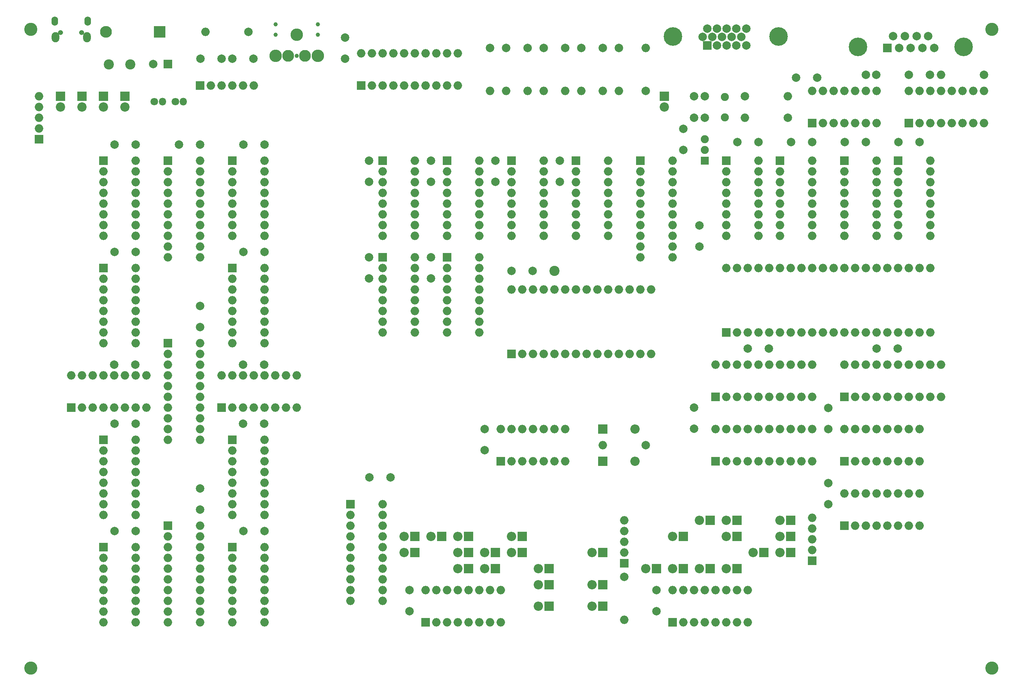
<source format=gbr>
%TF.GenerationSoftware,KiCad,Pcbnew,(5.1.6)-1*%
%TF.CreationDate,2020-07-17T12:20:37+01:00*%
%TF.ProjectId,Gigatron,47696761-7472-46f6-9e2e-6b696361645f,rev?*%
%TF.SameCoordinates,Original*%
%TF.FileFunction,Soldermask,Bot*%
%TF.FilePolarity,Negative*%
%FSLAX46Y46*%
G04 Gerber Fmt 4.6, Leading zero omitted, Abs format (unit mm)*
G04 Created by KiCad (PCBNEW (5.1.6)-1) date 2020-07-17 12:20:37*
%MOMM*%
%LPD*%
G01*
G04 APERTURE LIST*
%ADD10C,3.100000*%
%ADD11O,1.200000X1.200000*%
%ADD12O,1.550000X2.200000*%
%ADD13O,1.850000X2.400000*%
%ADD14C,4.400000*%
%ADD15C,2.000000*%
%ADD16R,2.000000X2.000000*%
%ADD17O,2.000000X2.000000*%
%ADD18C,1.900000*%
%ADD19R,1.900000X1.900000*%
%ADD20C,2.400000*%
%ADD21O,2.200000X2.200000*%
%ADD22R,2.200000X2.200000*%
%ADD23O,2.800000X2.800000*%
%ADD24R,2.800000X2.800000*%
%ADD25O,1.800000X1.800000*%
%ADD26C,1.800000*%
%ADD27C,2.950000*%
%ADD28C,2.800000*%
%ADD29C,1.000000*%
%ADD30C,2.200000*%
G04 APERTURE END LIST*
D10*
%TO.C,H4*%
X250825000Y-178435000D03*
%TD*%
%TO.C,H3*%
X23495000Y-178435000D03*
%TD*%
%TO.C,H2*%
X250825000Y-27305000D03*
%TD*%
%TO.C,H1*%
X23495000Y-27305000D03*
%TD*%
D11*
%TO.C,J1*%
X30520000Y-28105000D03*
X35520000Y-28105000D03*
D12*
X29145000Y-25355000D03*
X36895000Y-25355000D03*
D13*
X29295000Y-29155000D03*
X36745000Y-29155000D03*
%TD*%
D14*
%TO.C,J3*%
X175330000Y-29065000D03*
X200330000Y-29065000D03*
D15*
X192675000Y-27155000D03*
X190385000Y-27155000D03*
X188095000Y-27155000D03*
X185805000Y-27155000D03*
X183515000Y-27155000D03*
X191530000Y-29135000D03*
X189240000Y-29135000D03*
X186950000Y-29135000D03*
X184660000Y-29135000D03*
X182370000Y-29135000D03*
X192675000Y-31115000D03*
X190385000Y-31115000D03*
X188095000Y-31115000D03*
X185805000Y-31115000D03*
D16*
X183515000Y-31115000D03*
%TD*%
D14*
%TO.C,J4*%
X219100000Y-31450000D03*
X244100000Y-31450000D03*
D15*
X235755000Y-28910000D03*
X232985000Y-28910000D03*
X230215000Y-28910000D03*
X227445000Y-28910000D03*
X237140000Y-31750000D03*
X234370000Y-31750000D03*
X231600000Y-31750000D03*
X228830000Y-31750000D03*
D16*
X226060000Y-31750000D03*
%TD*%
D17*
%TO.C,R19*%
X238760000Y-38100000D03*
D15*
X248920000Y-38100000D03*
%TD*%
D17*
%TO.C,R10*%
X64770000Y-27940000D03*
D15*
X74930000Y-27940000D03*
%TD*%
D17*
%TO.C,R7*%
X158750000Y-125730000D03*
D15*
X168910000Y-125730000D03*
%TD*%
D17*
%TO.C,R6*%
X163830000Y-167005000D03*
D15*
X163830000Y-156845000D03*
%TD*%
D17*
%TO.C,R3*%
X168910000Y-31750000D03*
D15*
X168910000Y-41910000D03*
%TD*%
%TO.C,C3*%
X223480000Y-38100000D03*
X220980000Y-38100000D03*
%TD*%
%TO.C,C2*%
X180380000Y-43180000D03*
X182880000Y-43180000D03*
%TD*%
%TO.C,C1*%
X180380000Y-48260000D03*
X182880000Y-48260000D03*
%TD*%
D18*
%TO.C,Y1*%
X187630000Y-43300000D03*
X187630000Y-48180000D03*
%TD*%
D19*
%TO.C,U2*%
X182880000Y-58420000D03*
D18*
X182880000Y-53340000D03*
X182880000Y-55880000D03*
%TD*%
D17*
%TO.C,R18*%
X162560000Y-41910000D03*
D15*
X162560000Y-31750000D03*
%TD*%
D17*
%TO.C,R17*%
X158750000Y-41910000D03*
D15*
X158750000Y-31750000D03*
%TD*%
D17*
%TO.C,R16*%
X153670000Y-41910000D03*
D15*
X153670000Y-31750000D03*
%TD*%
D17*
%TO.C,R15*%
X149860000Y-41910000D03*
D15*
X149860000Y-31750000D03*
%TD*%
D17*
%TO.C,R14*%
X144780000Y-41910000D03*
D15*
X144780000Y-31750000D03*
%TD*%
D17*
%TO.C,R13*%
X140970000Y-41910000D03*
D15*
X140970000Y-31750000D03*
%TD*%
D17*
%TO.C,R12*%
X135890000Y-41910000D03*
D15*
X135890000Y-31750000D03*
%TD*%
D17*
%TO.C,R11*%
X132080000Y-41910000D03*
D15*
X132080000Y-31750000D03*
%TD*%
D17*
%TO.C,R9*%
X76200000Y-40640000D03*
X73660000Y-40640000D03*
X71120000Y-40640000D03*
X68580000Y-40640000D03*
X66040000Y-40640000D03*
D16*
X63500000Y-40640000D03*
%TD*%
D17*
%TO.C,R8*%
X25400000Y-43180000D03*
X25400000Y-45720000D03*
X25400000Y-48260000D03*
X25400000Y-50800000D03*
D16*
X25400000Y-53340000D03*
%TD*%
D17*
%TO.C,R5*%
X163830000Y-143510000D03*
X163830000Y-146050000D03*
X163830000Y-148590000D03*
X163830000Y-151130000D03*
D16*
X163830000Y-153670000D03*
%TD*%
D17*
%TO.C,R4*%
X208280000Y-142875000D03*
X208280000Y-145415000D03*
X208280000Y-147955000D03*
X208280000Y-150495000D03*
D16*
X208280000Y-153035000D03*
%TD*%
D17*
%TO.C,R2*%
X202565000Y-43180000D03*
D15*
X192405000Y-43180000D03*
%TD*%
D17*
%TO.C,R1*%
X192405000Y-48260000D03*
D15*
X202565000Y-48260000D03*
%TD*%
D20*
%TO.C,F1*%
X41960000Y-35630000D03*
X47040000Y-35640000D03*
%TD*%
D21*
%TO.C,D36*%
X156210000Y-151130000D03*
D22*
X158750000Y-151130000D03*
%TD*%
D21*
%TO.C,D35*%
X156210000Y-158750000D03*
D22*
X158750000Y-158750000D03*
%TD*%
D21*
%TO.C,D34*%
X156210000Y-163830000D03*
D22*
X158750000Y-163830000D03*
%TD*%
D21*
%TO.C,D33*%
X143510000Y-154940000D03*
D22*
X146050000Y-154940000D03*
%TD*%
D21*
%TO.C,D32*%
X143510000Y-158750000D03*
D22*
X146050000Y-158750000D03*
%TD*%
D21*
%TO.C,D31*%
X137160000Y-147320000D03*
D22*
X139700000Y-147320000D03*
%TD*%
D21*
%TO.C,D30*%
X137160000Y-151130000D03*
D22*
X139700000Y-151130000D03*
%TD*%
D21*
%TO.C,D29*%
X130810000Y-151130000D03*
D22*
X133350000Y-151130000D03*
%TD*%
D21*
%TO.C,D28*%
X130810000Y-154940000D03*
D22*
X133350000Y-154940000D03*
%TD*%
D21*
%TO.C,D27*%
X124460000Y-147320000D03*
D22*
X127000000Y-147320000D03*
%TD*%
D21*
%TO.C,D26*%
X124460000Y-151130000D03*
D22*
X127000000Y-151130000D03*
%TD*%
D21*
%TO.C,D25*%
X124460000Y-154940000D03*
D22*
X127000000Y-154940000D03*
%TD*%
D21*
%TO.C,D24*%
X118110000Y-147320000D03*
D22*
X120650000Y-147320000D03*
%TD*%
D21*
%TO.C,D23*%
X111760000Y-147320000D03*
D22*
X114300000Y-147320000D03*
%TD*%
D21*
%TO.C,D22*%
X111760000Y-151130000D03*
D22*
X114300000Y-151130000D03*
%TD*%
D21*
%TO.C,D21*%
X143510000Y-163830000D03*
D22*
X146050000Y-163830000D03*
%TD*%
D21*
%TO.C,D20*%
X200660000Y-143510000D03*
D22*
X203200000Y-143510000D03*
%TD*%
D21*
%TO.C,D19*%
X200660000Y-147320000D03*
D22*
X203200000Y-147320000D03*
%TD*%
D21*
%TO.C,D18*%
X200660000Y-151130000D03*
D22*
X203200000Y-151130000D03*
%TD*%
D21*
%TO.C,D17*%
X194310000Y-151130000D03*
D22*
X196850000Y-151130000D03*
%TD*%
D21*
%TO.C,D16*%
X187960000Y-143510000D03*
D22*
X190500000Y-143510000D03*
%TD*%
D21*
%TO.C,D15*%
X187960000Y-147320000D03*
D22*
X190500000Y-147320000D03*
%TD*%
D21*
%TO.C,D14*%
X187960000Y-154940000D03*
D22*
X190500000Y-154940000D03*
%TD*%
D21*
%TO.C,D13*%
X181610000Y-143510000D03*
D22*
X184150000Y-143510000D03*
%TD*%
D21*
%TO.C,D12*%
X181610000Y-154940000D03*
D22*
X184150000Y-154940000D03*
%TD*%
D21*
%TO.C,D11*%
X175260000Y-147320000D03*
D22*
X177800000Y-147320000D03*
%TD*%
D21*
%TO.C,D10*%
X175260000Y-154940000D03*
D22*
X177800000Y-154940000D03*
%TD*%
D21*
%TO.C,D9*%
X168910000Y-154940000D03*
D22*
X171450000Y-154940000D03*
%TD*%
D21*
%TO.C,D4*%
X166370000Y-121920000D03*
D22*
X158750000Y-121920000D03*
%TD*%
D21*
%TO.C,D3*%
X166370000Y-129540000D03*
D22*
X158750000Y-129540000D03*
%TD*%
D23*
%TO.C,D1*%
X41275000Y-27940000D03*
D24*
X53975000Y-27940000D03*
%TD*%
D15*
%TO.C,C44*%
X63580000Y-34290000D03*
X68580000Y-34290000D03*
%TD*%
%TO.C,C43*%
X76120000Y-34290000D03*
X71120000Y-34290000D03*
%TD*%
%TO.C,C42*%
X97790000Y-29290000D03*
X97790000Y-34290000D03*
%TD*%
%TO.C,C41*%
X177800000Y-50880000D03*
X177800000Y-55880000D03*
%TD*%
%TO.C,C40*%
X148590000Y-63420000D03*
X148590000Y-58420000D03*
%TD*%
%TO.C,C39*%
X142160000Y-84455000D03*
X137160000Y-84455000D03*
%TD*%
%TO.C,C38*%
X133350000Y-63420000D03*
X133350000Y-58420000D03*
%TD*%
%TO.C,C37*%
X118110000Y-63420000D03*
X118110000Y-58420000D03*
%TD*%
%TO.C,C36*%
X118110000Y-86280000D03*
X118110000Y-81280000D03*
%TD*%
%TO.C,C35*%
X103505000Y-86280000D03*
X103505000Y-81280000D03*
%TD*%
%TO.C,C34*%
X103505000Y-63420000D03*
X103505000Y-58420000D03*
%TD*%
%TO.C,C33*%
X73740000Y-54610000D03*
X78740000Y-54610000D03*
%TD*%
%TO.C,C32*%
X58500000Y-54610000D03*
X63500000Y-54610000D03*
%TD*%
%TO.C,C31*%
X43260000Y-54610000D03*
X48260000Y-54610000D03*
%TD*%
%TO.C,C30*%
X73740000Y-80010000D03*
X78740000Y-80010000D03*
%TD*%
%TO.C,C29*%
X43260000Y-80010000D03*
X48260000Y-80010000D03*
%TD*%
%TO.C,C28*%
X48180000Y-106680000D03*
X43180000Y-106680000D03*
%TD*%
%TO.C,C27*%
X63500000Y-92790000D03*
X63500000Y-97790000D03*
%TD*%
%TO.C,C26*%
X78660000Y-106680000D03*
X73660000Y-106680000D03*
%TD*%
%TO.C,C25*%
X78660000Y-120650000D03*
X73660000Y-120650000D03*
%TD*%
%TO.C,C24*%
X43260000Y-120650000D03*
X48260000Y-120650000D03*
%TD*%
%TO.C,C23*%
X43260000Y-146050000D03*
X48260000Y-146050000D03*
%TD*%
%TO.C,C22*%
X63500000Y-135970000D03*
X63500000Y-140970000D03*
%TD*%
%TO.C,C21*%
X73740000Y-146050000D03*
X78740000Y-146050000D03*
%TD*%
%TO.C,C20*%
X103585000Y-133350000D03*
X108585000Y-133350000D03*
%TD*%
%TO.C,C19*%
X113030000Y-165020000D03*
X113030000Y-160020000D03*
%TD*%
%TO.C,C18*%
X130810000Y-126920000D03*
X130810000Y-121920000D03*
%TD*%
%TO.C,C17*%
X171450000Y-165020000D03*
X171450000Y-160020000D03*
%TD*%
%TO.C,C16*%
X212090000Y-134700000D03*
X212090000Y-139700000D03*
%TD*%
%TO.C,C15*%
X180340000Y-121840000D03*
X180340000Y-116840000D03*
%TD*%
%TO.C,C14*%
X212090000Y-116920000D03*
X212090000Y-121920000D03*
%TD*%
%TO.C,C13*%
X228520000Y-102870000D03*
X223520000Y-102870000D03*
%TD*%
%TO.C,C12*%
X198040000Y-102870000D03*
X193040000Y-102870000D03*
%TD*%
%TO.C,C11*%
X181610000Y-73740000D03*
X181610000Y-78740000D03*
%TD*%
%TO.C,C10*%
X190580000Y-53975000D03*
X195580000Y-53975000D03*
%TD*%
%TO.C,C9*%
X203280000Y-53975000D03*
X208280000Y-53975000D03*
%TD*%
%TO.C,C8*%
X215980000Y-53975000D03*
X220980000Y-53975000D03*
%TD*%
%TO.C,C7*%
X228680000Y-53975000D03*
X233680000Y-53975000D03*
%TD*%
%TO.C,C6*%
X236140000Y-38100000D03*
X231140000Y-38100000D03*
%TD*%
%TO.C,C5*%
X209470000Y-38735000D03*
X204470000Y-38735000D03*
%TD*%
%TO.C,C4*%
X52380000Y-35560000D03*
D16*
X55880000Y-35560000D03*
%TD*%
D25*
%TO.C,R101*%
X59565000Y-44450000D03*
D26*
X57665000Y-44450000D03*
%TD*%
D25*
%TO.C,R100*%
X54605000Y-44450000D03*
D26*
X52705000Y-44450000D03*
%TD*%
D16*
%TO.C,U16*%
X134620000Y-129540000D03*
D17*
X149860000Y-121920000D03*
X137160000Y-129540000D03*
X147320000Y-121920000D03*
X139700000Y-129540000D03*
X144780000Y-121920000D03*
X142240000Y-129540000D03*
X142240000Y-121920000D03*
X144780000Y-129540000D03*
X139700000Y-121920000D03*
X147320000Y-129540000D03*
X137160000Y-121920000D03*
X149860000Y-129540000D03*
X134620000Y-121920000D03*
%TD*%
D16*
%TO.C,U11*%
X215900000Y-129540000D03*
D17*
X233680000Y-121920000D03*
X218440000Y-129540000D03*
X231140000Y-121920000D03*
X220980000Y-129540000D03*
X228600000Y-121920000D03*
X223520000Y-129540000D03*
X226060000Y-121920000D03*
X226060000Y-129540000D03*
X223520000Y-121920000D03*
X228600000Y-129540000D03*
X220980000Y-121920000D03*
X231140000Y-129540000D03*
X218440000Y-121920000D03*
X233680000Y-129540000D03*
X215900000Y-121920000D03*
%TD*%
%TO.C,U7*%
X187960000Y-83820000D03*
X236220000Y-99060000D03*
X190500000Y-83820000D03*
X233680000Y-99060000D03*
X193040000Y-83820000D03*
X231140000Y-99060000D03*
X195580000Y-83820000D03*
X228600000Y-99060000D03*
X198120000Y-83820000D03*
X226060000Y-99060000D03*
X200660000Y-83820000D03*
X223520000Y-99060000D03*
X203200000Y-83820000D03*
X220980000Y-99060000D03*
X205740000Y-83820000D03*
X218440000Y-99060000D03*
X208280000Y-83820000D03*
X215900000Y-99060000D03*
X210820000Y-83820000D03*
X213360000Y-99060000D03*
X213360000Y-83820000D03*
X210820000Y-99060000D03*
X215900000Y-83820000D03*
X208280000Y-99060000D03*
X218440000Y-83820000D03*
X205740000Y-99060000D03*
X220980000Y-83820000D03*
X203200000Y-99060000D03*
X223520000Y-83820000D03*
X200660000Y-99060000D03*
X226060000Y-83820000D03*
X198120000Y-99060000D03*
X228600000Y-83820000D03*
X195580000Y-99060000D03*
X231140000Y-83820000D03*
X193040000Y-99060000D03*
X233680000Y-83820000D03*
X190500000Y-99060000D03*
X236220000Y-83820000D03*
D16*
X187960000Y-99060000D03*
%TD*%
D17*
%TO.C,U39*%
X231140000Y-41910000D03*
X248920000Y-49530000D03*
X233680000Y-41910000D03*
X246380000Y-49530000D03*
X236220000Y-41910000D03*
X243840000Y-49530000D03*
X238760000Y-41910000D03*
X241300000Y-49530000D03*
X241300000Y-41910000D03*
X238760000Y-49530000D03*
X243840000Y-41910000D03*
X236220000Y-49530000D03*
X246380000Y-41910000D03*
X233680000Y-49530000D03*
X248920000Y-41910000D03*
D16*
X231140000Y-49530000D03*
%TD*%
D17*
%TO.C,U38*%
X63500000Y-58420000D03*
X55880000Y-81280000D03*
X63500000Y-60960000D03*
X55880000Y-78740000D03*
X63500000Y-63500000D03*
X55880000Y-76200000D03*
X63500000Y-66040000D03*
X55880000Y-73660000D03*
X63500000Y-68580000D03*
X55880000Y-71120000D03*
X63500000Y-71120000D03*
X55880000Y-68580000D03*
X63500000Y-73660000D03*
X55880000Y-66040000D03*
X63500000Y-76200000D03*
X55880000Y-63500000D03*
X63500000Y-78740000D03*
X55880000Y-60960000D03*
X63500000Y-81280000D03*
D16*
X55880000Y-58420000D03*
%TD*%
D17*
%TO.C,U37*%
X101600000Y-33020000D03*
X124460000Y-40640000D03*
X104140000Y-33020000D03*
X121920000Y-40640000D03*
X106680000Y-33020000D03*
X119380000Y-40640000D03*
X109220000Y-33020000D03*
X116840000Y-40640000D03*
X111760000Y-33020000D03*
X114300000Y-40640000D03*
X114300000Y-33020000D03*
X111760000Y-40640000D03*
X116840000Y-33020000D03*
X109220000Y-40640000D03*
X119380000Y-33020000D03*
X106680000Y-40640000D03*
X121920000Y-33020000D03*
X104140000Y-40640000D03*
X124460000Y-33020000D03*
D16*
X101600000Y-40640000D03*
%TD*%
D17*
%TO.C,U36*%
X137160000Y-88900000D03*
X170180000Y-104140000D03*
X139700000Y-88900000D03*
X167640000Y-104140000D03*
X142240000Y-88900000D03*
X165100000Y-104140000D03*
X144780000Y-88900000D03*
X162560000Y-104140000D03*
X147320000Y-88900000D03*
X160020000Y-104140000D03*
X149860000Y-88900000D03*
X157480000Y-104140000D03*
X152400000Y-88900000D03*
X154940000Y-104140000D03*
X154940000Y-88900000D03*
X152400000Y-104140000D03*
X157480000Y-88900000D03*
X149860000Y-104140000D03*
X160020000Y-88900000D03*
X147320000Y-104140000D03*
X162560000Y-88900000D03*
X144780000Y-104140000D03*
X165100000Y-88900000D03*
X142240000Y-104140000D03*
X167640000Y-88900000D03*
X139700000Y-104140000D03*
X170180000Y-88900000D03*
D16*
X137160000Y-104140000D03*
%TD*%
D17*
%TO.C,U35*%
X114300000Y-81280000D03*
X106680000Y-99060000D03*
X114300000Y-83820000D03*
X106680000Y-96520000D03*
X114300000Y-86360000D03*
X106680000Y-93980000D03*
X114300000Y-88900000D03*
X106680000Y-91440000D03*
X114300000Y-91440000D03*
X106680000Y-88900000D03*
X114300000Y-93980000D03*
X106680000Y-86360000D03*
X114300000Y-96520000D03*
X106680000Y-83820000D03*
X114300000Y-99060000D03*
D16*
X106680000Y-81280000D03*
%TD*%
D17*
%TO.C,U34*%
X129540000Y-81280000D03*
X121920000Y-99060000D03*
X129540000Y-83820000D03*
X121920000Y-96520000D03*
X129540000Y-86360000D03*
X121920000Y-93980000D03*
X129540000Y-88900000D03*
X121920000Y-91440000D03*
X129540000Y-91440000D03*
X121920000Y-88900000D03*
X129540000Y-93980000D03*
X121920000Y-86360000D03*
X129540000Y-96520000D03*
X121920000Y-83820000D03*
X129540000Y-99060000D03*
D16*
X121920000Y-81280000D03*
%TD*%
D17*
%TO.C,U33*%
X144780000Y-58420000D03*
X137160000Y-76200000D03*
X144780000Y-60960000D03*
X137160000Y-73660000D03*
X144780000Y-63500000D03*
X137160000Y-71120000D03*
X144780000Y-66040000D03*
X137160000Y-68580000D03*
X144780000Y-68580000D03*
X137160000Y-66040000D03*
X144780000Y-71120000D03*
X137160000Y-63500000D03*
X144780000Y-73660000D03*
X137160000Y-60960000D03*
X144780000Y-76200000D03*
D16*
X137160000Y-58420000D03*
%TD*%
D17*
%TO.C,U32*%
X160020000Y-58420000D03*
X152400000Y-76200000D03*
X160020000Y-60960000D03*
X152400000Y-73660000D03*
X160020000Y-63500000D03*
X152400000Y-71120000D03*
X160020000Y-66040000D03*
X152400000Y-68580000D03*
X160020000Y-68580000D03*
X152400000Y-66040000D03*
X160020000Y-71120000D03*
X152400000Y-63500000D03*
X160020000Y-73660000D03*
X152400000Y-60960000D03*
X160020000Y-76200000D03*
D16*
X152400000Y-58420000D03*
%TD*%
D17*
%TO.C,U31*%
X175260000Y-58420000D03*
X167640000Y-81280000D03*
X175260000Y-60960000D03*
X167640000Y-78740000D03*
X175260000Y-63500000D03*
X167640000Y-76200000D03*
X175260000Y-66040000D03*
X167640000Y-73660000D03*
X175260000Y-68580000D03*
X167640000Y-71120000D03*
X175260000Y-71120000D03*
X167640000Y-68580000D03*
X175260000Y-73660000D03*
X167640000Y-66040000D03*
X175260000Y-76200000D03*
X167640000Y-63500000D03*
X175260000Y-78740000D03*
X167640000Y-60960000D03*
X175260000Y-81280000D03*
D16*
X167640000Y-58420000D03*
%TD*%
D17*
%TO.C,U30*%
X114300000Y-58420000D03*
X106680000Y-76200000D03*
X114300000Y-60960000D03*
X106680000Y-73660000D03*
X114300000Y-63500000D03*
X106680000Y-71120000D03*
X114300000Y-66040000D03*
X106680000Y-68580000D03*
X114300000Y-68580000D03*
X106680000Y-66040000D03*
X114300000Y-71120000D03*
X106680000Y-63500000D03*
X114300000Y-73660000D03*
X106680000Y-60960000D03*
X114300000Y-76200000D03*
D16*
X106680000Y-58420000D03*
%TD*%
D17*
%TO.C,U29*%
X129540000Y-58420000D03*
X121920000Y-76200000D03*
X129540000Y-60960000D03*
X121920000Y-73660000D03*
X129540000Y-63500000D03*
X121920000Y-71120000D03*
X129540000Y-66040000D03*
X121920000Y-68580000D03*
X129540000Y-68580000D03*
X121920000Y-66040000D03*
X129540000Y-71120000D03*
X121920000Y-63500000D03*
X129540000Y-73660000D03*
X121920000Y-60960000D03*
X129540000Y-76200000D03*
D16*
X121920000Y-58420000D03*
%TD*%
D17*
%TO.C,U28*%
X63500000Y-144780000D03*
X55880000Y-167640000D03*
X63500000Y-147320000D03*
X55880000Y-165100000D03*
X63500000Y-149860000D03*
X55880000Y-162560000D03*
X63500000Y-152400000D03*
X55880000Y-160020000D03*
X63500000Y-154940000D03*
X55880000Y-157480000D03*
X63500000Y-157480000D03*
X55880000Y-154940000D03*
X63500000Y-160020000D03*
X55880000Y-152400000D03*
X63500000Y-162560000D03*
X55880000Y-149860000D03*
X63500000Y-165100000D03*
X55880000Y-147320000D03*
X63500000Y-167640000D03*
D16*
X55880000Y-144780000D03*
%TD*%
D17*
%TO.C,U27*%
X63500000Y-101600000D03*
X55880000Y-124460000D03*
X63500000Y-104140000D03*
X55880000Y-121920000D03*
X63500000Y-106680000D03*
X55880000Y-119380000D03*
X63500000Y-109220000D03*
X55880000Y-116840000D03*
X63500000Y-111760000D03*
X55880000Y-114300000D03*
X63500000Y-114300000D03*
X55880000Y-111760000D03*
X63500000Y-116840000D03*
X55880000Y-109220000D03*
X63500000Y-119380000D03*
X55880000Y-106680000D03*
X63500000Y-121920000D03*
X55880000Y-104140000D03*
X63500000Y-124460000D03*
D16*
X55880000Y-101600000D03*
%TD*%
D17*
%TO.C,U26*%
X33020000Y-109220000D03*
X50800000Y-116840000D03*
X35560000Y-109220000D03*
X48260000Y-116840000D03*
X38100000Y-109220000D03*
X45720000Y-116840000D03*
X40640000Y-109220000D03*
X43180000Y-116840000D03*
X43180000Y-109220000D03*
X40640000Y-116840000D03*
X45720000Y-109220000D03*
X38100000Y-116840000D03*
X48260000Y-109220000D03*
X35560000Y-116840000D03*
X50800000Y-109220000D03*
D16*
X33020000Y-116840000D03*
%TD*%
D17*
%TO.C,U25*%
X68580000Y-109220000D03*
X86360000Y-116840000D03*
X71120000Y-109220000D03*
X83820000Y-116840000D03*
X73660000Y-109220000D03*
X81280000Y-116840000D03*
X76200000Y-109220000D03*
X78740000Y-116840000D03*
X78740000Y-109220000D03*
X76200000Y-116840000D03*
X81280000Y-109220000D03*
X73660000Y-116840000D03*
X83820000Y-109220000D03*
X71120000Y-116840000D03*
X86360000Y-109220000D03*
D16*
X68580000Y-116840000D03*
%TD*%
D17*
%TO.C,U24*%
X48260000Y-58420000D03*
X40640000Y-76200000D03*
X48260000Y-60960000D03*
X40640000Y-73660000D03*
X48260000Y-63500000D03*
X40640000Y-71120000D03*
X48260000Y-66040000D03*
X40640000Y-68580000D03*
X48260000Y-68580000D03*
X40640000Y-66040000D03*
X48260000Y-71120000D03*
X40640000Y-63500000D03*
X48260000Y-73660000D03*
X40640000Y-60960000D03*
X48260000Y-76200000D03*
D16*
X40640000Y-58420000D03*
%TD*%
D17*
%TO.C,U23*%
X48260000Y-83820000D03*
X40640000Y-101600000D03*
X48260000Y-86360000D03*
X40640000Y-99060000D03*
X48260000Y-88900000D03*
X40640000Y-96520000D03*
X48260000Y-91440000D03*
X40640000Y-93980000D03*
X48260000Y-93980000D03*
X40640000Y-91440000D03*
X48260000Y-96520000D03*
X40640000Y-88900000D03*
X48260000Y-99060000D03*
X40640000Y-86360000D03*
X48260000Y-101600000D03*
D16*
X40640000Y-83820000D03*
%TD*%
D17*
%TO.C,U22*%
X48260000Y-124460000D03*
X40640000Y-142240000D03*
X48260000Y-127000000D03*
X40640000Y-139700000D03*
X48260000Y-129540000D03*
X40640000Y-137160000D03*
X48260000Y-132080000D03*
X40640000Y-134620000D03*
X48260000Y-134620000D03*
X40640000Y-132080000D03*
X48260000Y-137160000D03*
X40640000Y-129540000D03*
X48260000Y-139700000D03*
X40640000Y-127000000D03*
X48260000Y-142240000D03*
D16*
X40640000Y-124460000D03*
%TD*%
D17*
%TO.C,U21*%
X48260000Y-149860000D03*
X40640000Y-167640000D03*
X48260000Y-152400000D03*
X40640000Y-165100000D03*
X48260000Y-154940000D03*
X40640000Y-162560000D03*
X48260000Y-157480000D03*
X40640000Y-160020000D03*
X48260000Y-160020000D03*
X40640000Y-157480000D03*
X48260000Y-162560000D03*
X40640000Y-154940000D03*
X48260000Y-165100000D03*
X40640000Y-152400000D03*
X48260000Y-167640000D03*
D16*
X40640000Y-149860000D03*
%TD*%
D17*
%TO.C,U20*%
X78740000Y-58420000D03*
X71120000Y-76200000D03*
X78740000Y-60960000D03*
X71120000Y-73660000D03*
X78740000Y-63500000D03*
X71120000Y-71120000D03*
X78740000Y-66040000D03*
X71120000Y-68580000D03*
X78740000Y-68580000D03*
X71120000Y-66040000D03*
X78740000Y-71120000D03*
X71120000Y-63500000D03*
X78740000Y-73660000D03*
X71120000Y-60960000D03*
X78740000Y-76200000D03*
D16*
X71120000Y-58420000D03*
%TD*%
D17*
%TO.C,U19*%
X78740000Y-83820000D03*
X71120000Y-101600000D03*
X78740000Y-86360000D03*
X71120000Y-99060000D03*
X78740000Y-88900000D03*
X71120000Y-96520000D03*
X78740000Y-91440000D03*
X71120000Y-93980000D03*
X78740000Y-93980000D03*
X71120000Y-91440000D03*
X78740000Y-96520000D03*
X71120000Y-88900000D03*
X78740000Y-99060000D03*
X71120000Y-86360000D03*
X78740000Y-101600000D03*
D16*
X71120000Y-83820000D03*
%TD*%
D17*
%TO.C,U18*%
X78740000Y-124460000D03*
X71120000Y-142240000D03*
X78740000Y-127000000D03*
X71120000Y-139700000D03*
X78740000Y-129540000D03*
X71120000Y-137160000D03*
X78740000Y-132080000D03*
X71120000Y-134620000D03*
X78740000Y-134620000D03*
X71120000Y-132080000D03*
X78740000Y-137160000D03*
X71120000Y-129540000D03*
X78740000Y-139700000D03*
X71120000Y-127000000D03*
X78740000Y-142240000D03*
D16*
X71120000Y-124460000D03*
%TD*%
D17*
%TO.C,U17*%
X78740000Y-149860000D03*
X71120000Y-167640000D03*
X78740000Y-152400000D03*
X71120000Y-165100000D03*
X78740000Y-154940000D03*
X71120000Y-162560000D03*
X78740000Y-157480000D03*
X71120000Y-160020000D03*
X78740000Y-160020000D03*
X71120000Y-157480000D03*
X78740000Y-162560000D03*
X71120000Y-154940000D03*
X78740000Y-165100000D03*
X71120000Y-152400000D03*
X78740000Y-167640000D03*
D16*
X71120000Y-149860000D03*
%TD*%
D17*
%TO.C,U15*%
X106680000Y-139700000D03*
X99060000Y-162560000D03*
X106680000Y-142240000D03*
X99060000Y-160020000D03*
X106680000Y-144780000D03*
X99060000Y-157480000D03*
X106680000Y-147320000D03*
X99060000Y-154940000D03*
X106680000Y-149860000D03*
X99060000Y-152400000D03*
X106680000Y-152400000D03*
X99060000Y-149860000D03*
X106680000Y-154940000D03*
X99060000Y-147320000D03*
X106680000Y-157480000D03*
X99060000Y-144780000D03*
X106680000Y-160020000D03*
X99060000Y-142240000D03*
X106680000Y-162560000D03*
D16*
X99060000Y-139700000D03*
%TD*%
D17*
%TO.C,U14*%
X116840000Y-160020000D03*
X134620000Y-167640000D03*
X119380000Y-160020000D03*
X132080000Y-167640000D03*
X121920000Y-160020000D03*
X129540000Y-167640000D03*
X124460000Y-160020000D03*
X127000000Y-167640000D03*
X127000000Y-160020000D03*
X124460000Y-167640000D03*
X129540000Y-160020000D03*
X121920000Y-167640000D03*
X132080000Y-160020000D03*
X119380000Y-167640000D03*
X134620000Y-160020000D03*
D16*
X116840000Y-167640000D03*
%TD*%
D17*
%TO.C,U13*%
X175260000Y-160020000D03*
X193040000Y-167640000D03*
X177800000Y-160020000D03*
X190500000Y-167640000D03*
X180340000Y-160020000D03*
X187960000Y-167640000D03*
X182880000Y-160020000D03*
X185420000Y-167640000D03*
X185420000Y-160020000D03*
X182880000Y-167640000D03*
X187960000Y-160020000D03*
X180340000Y-167640000D03*
X190500000Y-160020000D03*
X177800000Y-167640000D03*
X193040000Y-160020000D03*
D16*
X175260000Y-167640000D03*
%TD*%
D17*
%TO.C,U12*%
X215900000Y-137160000D03*
X233680000Y-144780000D03*
X218440000Y-137160000D03*
X231140000Y-144780000D03*
X220980000Y-137160000D03*
X228600000Y-144780000D03*
X223520000Y-137160000D03*
X226060000Y-144780000D03*
X226060000Y-137160000D03*
X223520000Y-144780000D03*
X228600000Y-137160000D03*
X220980000Y-144780000D03*
X231140000Y-137160000D03*
X218440000Y-144780000D03*
X233680000Y-137160000D03*
D16*
X215900000Y-144780000D03*
%TD*%
D17*
%TO.C,U10*%
X185420000Y-121920000D03*
X208280000Y-129540000D03*
X187960000Y-121920000D03*
X205740000Y-129540000D03*
X190500000Y-121920000D03*
X203200000Y-129540000D03*
X193040000Y-121920000D03*
X200660000Y-129540000D03*
X195580000Y-121920000D03*
X198120000Y-129540000D03*
X198120000Y-121920000D03*
X195580000Y-129540000D03*
X200660000Y-121920000D03*
X193040000Y-129540000D03*
X203200000Y-121920000D03*
X190500000Y-129540000D03*
X205740000Y-121920000D03*
X187960000Y-129540000D03*
X208280000Y-121920000D03*
D16*
X185420000Y-129540000D03*
%TD*%
%TO.C,U9*%
X185420000Y-114300000D03*
D17*
X208280000Y-106680000D03*
X187960000Y-114300000D03*
X205740000Y-106680000D03*
X190500000Y-114300000D03*
X203200000Y-106680000D03*
X193040000Y-114300000D03*
X200660000Y-106680000D03*
X195580000Y-114300000D03*
X198120000Y-106680000D03*
X198120000Y-114300000D03*
X195580000Y-106680000D03*
X200660000Y-114300000D03*
X193040000Y-106680000D03*
X203200000Y-114300000D03*
X190500000Y-106680000D03*
X205740000Y-114300000D03*
X187960000Y-106680000D03*
X208280000Y-114300000D03*
X185420000Y-106680000D03*
%TD*%
D16*
%TO.C,U8*%
X215900000Y-114300000D03*
D17*
X238760000Y-106680000D03*
X218440000Y-114300000D03*
X236220000Y-106680000D03*
X220980000Y-114300000D03*
X233680000Y-106680000D03*
X223520000Y-114300000D03*
X231140000Y-106680000D03*
X226060000Y-114300000D03*
X228600000Y-106680000D03*
X228600000Y-114300000D03*
X226060000Y-106680000D03*
X231140000Y-114300000D03*
X223520000Y-106680000D03*
X233680000Y-114300000D03*
X220980000Y-106680000D03*
X236220000Y-114300000D03*
X218440000Y-106680000D03*
X238760000Y-114300000D03*
X215900000Y-106680000D03*
%TD*%
%TO.C,U6*%
X195580000Y-58420000D03*
X187960000Y-76200000D03*
X195580000Y-60960000D03*
X187960000Y-73660000D03*
X195580000Y-63500000D03*
X187960000Y-71120000D03*
X195580000Y-66040000D03*
X187960000Y-68580000D03*
X195580000Y-68580000D03*
X187960000Y-66040000D03*
X195580000Y-71120000D03*
X187960000Y-63500000D03*
X195580000Y-73660000D03*
X187960000Y-60960000D03*
X195580000Y-76200000D03*
D16*
X187960000Y-58420000D03*
%TD*%
D17*
%TO.C,U5*%
X208280000Y-58420000D03*
X200660000Y-76200000D03*
X208280000Y-60960000D03*
X200660000Y-73660000D03*
X208280000Y-63500000D03*
X200660000Y-71120000D03*
X208280000Y-66040000D03*
X200660000Y-68580000D03*
X208280000Y-68580000D03*
X200660000Y-66040000D03*
X208280000Y-71120000D03*
X200660000Y-63500000D03*
X208280000Y-73660000D03*
X200660000Y-60960000D03*
X208280000Y-76200000D03*
D16*
X200660000Y-58420000D03*
%TD*%
D17*
%TO.C,U4*%
X223520000Y-58420000D03*
X215900000Y-76200000D03*
X223520000Y-60960000D03*
X215900000Y-73660000D03*
X223520000Y-63500000D03*
X215900000Y-71120000D03*
X223520000Y-66040000D03*
X215900000Y-68580000D03*
X223520000Y-68580000D03*
X215900000Y-66040000D03*
X223520000Y-71120000D03*
X215900000Y-63500000D03*
X223520000Y-73660000D03*
X215900000Y-60960000D03*
X223520000Y-76200000D03*
D16*
X215900000Y-58420000D03*
%TD*%
D17*
%TO.C,U3*%
X236220000Y-58420000D03*
X228600000Y-76200000D03*
X236220000Y-60960000D03*
X228600000Y-73660000D03*
X236220000Y-63500000D03*
X228600000Y-71120000D03*
X236220000Y-66040000D03*
X228600000Y-68580000D03*
X236220000Y-68580000D03*
X228600000Y-66040000D03*
X236220000Y-71120000D03*
X228600000Y-63500000D03*
X236220000Y-73660000D03*
X228600000Y-60960000D03*
X236220000Y-76200000D03*
D16*
X228600000Y-58420000D03*
%TD*%
%TO.C,U1*%
X208280000Y-49530000D03*
D17*
X223520000Y-41910000D03*
X210820000Y-49530000D03*
X220980000Y-41910000D03*
X213360000Y-49530000D03*
X218440000Y-41910000D03*
X215900000Y-49530000D03*
X215900000Y-41910000D03*
X218440000Y-49530000D03*
X213360000Y-41910000D03*
X220980000Y-49530000D03*
X210820000Y-41910000D03*
X223520000Y-49530000D03*
X208280000Y-41910000D03*
%TD*%
D27*
%TO.C,J2*%
X86360000Y-28630000D03*
X81360000Y-33630000D03*
X91360000Y-33630000D03*
D28*
X84360000Y-33630000D03*
X88360000Y-33630000D03*
D29*
X91360000Y-26130000D03*
X91360000Y-28630000D03*
X86360000Y-33630000D03*
X81360000Y-26130000D03*
X81360000Y-28630000D03*
%TD*%
D30*
%TO.C,D8*%
X45720000Y-45720000D03*
D22*
X45720000Y-43180000D03*
%TD*%
D30*
%TO.C,D7*%
X40640000Y-45720000D03*
D22*
X40640000Y-43180000D03*
%TD*%
D30*
%TO.C,D6*%
X35560000Y-45720000D03*
D22*
X35560000Y-43180000D03*
%TD*%
D30*
%TO.C,D5*%
X30480000Y-45720000D03*
D22*
X30480000Y-43180000D03*
%TD*%
D30*
%TO.C,D2*%
X173355000Y-45720000D03*
D22*
X173355000Y-43180000D03*
%TD*%
D20*
%TO.C,A15*%
X147320000Y-84455000D03*
%TD*%
M02*

</source>
